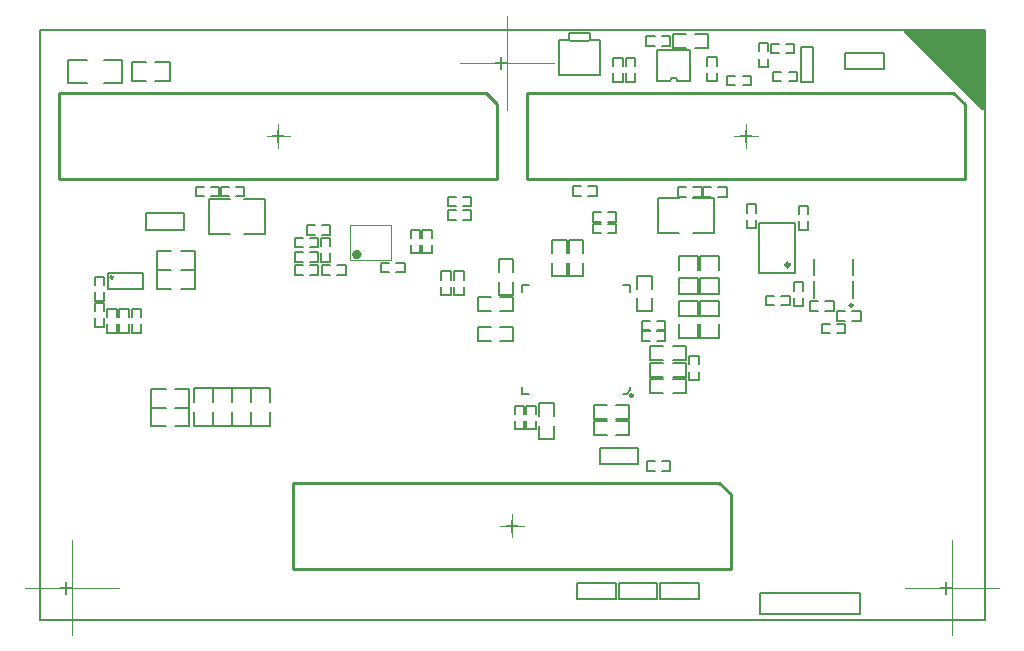
<source format=gbo>
G04 Layer_Color=12566272*
%FSLAX44Y44*%
%MOMM*%
G71*
G01*
G75*
%ADD59C,0.1500*%
%ADD62C,0.2000*%
%ADD63C,0.2500*%
%ADD65C,0.3000*%
%ADD66C,0.4000*%
%ADD113C,0.2540*%
%ADD204R,0.2000X0.2000*%
%ADD205C,0.1000*%
G36*
X800000Y431913D02*
X798152Y431147D01*
X731848Y497452D01*
X732613Y499300D01*
X800000D01*
Y431913D01*
D02*
G37*
D59*
X559000Y308000D02*
X575000D01*
X559000Y276000D02*
X575000D01*
X559000Y296000D02*
Y308000D01*
Y276000D02*
Y288000D01*
X575000Y296000D02*
Y308000D01*
Y276000D02*
Y288000D01*
X541000Y257000D02*
X557000D01*
X541000Y289000D02*
X557000D01*
Y257000D02*
Y269000D01*
Y277000D02*
Y289000D01*
X541000Y257000D02*
Y269000D01*
Y277000D02*
Y289000D01*
X190500Y326500D02*
Y356000D01*
X173000Y326500D02*
X190500D01*
X173000Y356010D02*
X190500Y356000D01*
X143500Y326500D02*
X161000Y326490D01*
X143500Y356000D02*
X161000D01*
X143500Y326500D02*
Y356000D01*
X132178Y358500D02*
X139178D01*
X145178D02*
X152178D01*
X132178Y366500D02*
X139178D01*
X145178D02*
X152178D01*
X132178Y358500D02*
Y366500D01*
X152178Y358500D02*
Y366500D01*
X615000Y265931D02*
X622000D01*
X628000D02*
X635000D01*
X615000Y273931D02*
X622000D01*
X628000D02*
X635000D01*
X615000Y265931D02*
Y273931D01*
X635000Y265931D02*
Y273931D01*
X681500Y466000D02*
X714400D01*
X681500D02*
Y480000D01*
X714400D01*
Y466000D02*
Y480000D01*
X481000Y335000D02*
X488000D01*
X468000D02*
X475000D01*
X481000Y327000D02*
X488000D01*
X468000D02*
X475000D01*
X488000D02*
Y335000D01*
X468000Y327000D02*
Y335000D01*
X481000Y345000D02*
X488000D01*
X468000D02*
X475000D01*
X481000Y337000D02*
X488000D01*
X468000D02*
X475000D01*
X488000D02*
Y345000D01*
X468000Y337000D02*
Y345000D01*
X67500Y256000D02*
Y263000D01*
Y243000D02*
Y250000D01*
X75500Y256000D02*
Y263000D01*
Y243000D02*
Y250000D01*
X67500Y263000D02*
X75500D01*
X67500Y243000D02*
X75500D01*
X46500Y261000D02*
Y268000D01*
Y248000D02*
Y255000D01*
X54500Y261000D02*
Y268000D01*
Y248000D02*
Y255000D01*
X46500Y268000D02*
X54500D01*
X46500Y248000D02*
X54500D01*
X57000Y256000D02*
Y263000D01*
Y243000D02*
Y250000D01*
X65000Y256000D02*
Y263000D01*
Y243000D02*
Y250000D01*
X57000Y263000D02*
X65000D01*
X57000Y243000D02*
X65000D01*
X86000D02*
Y250000D01*
Y256000D02*
Y263000D01*
X78000Y243000D02*
Y250000D01*
Y256000D02*
Y263000D01*
Y243000D02*
X86000D01*
X78000Y263000D02*
X86000D01*
X216000Y303000D02*
Y311000D01*
X236000Y303000D02*
Y311000D01*
X216000Y303000D02*
X223000D01*
X229000D02*
X236000D01*
X216000Y311000D02*
X223000D01*
X229000D02*
X236000D01*
X632000Y487500D02*
X639000D01*
X619000D02*
X626000D01*
X632000Y479500D02*
X639000D01*
X619000D02*
X626000D01*
X639000D02*
Y487500D01*
X619000Y479500D02*
Y487500D01*
X609000Y481000D02*
Y488000D01*
Y468000D02*
Y475000D01*
X617000Y481000D02*
Y488000D01*
Y468000D02*
Y475000D01*
X609000Y488000D02*
X617000D01*
X609000Y468000D02*
X617000D01*
X644400Y485000D02*
X654850D01*
Y455000D02*
Y485000D01*
X644400Y455000D02*
X654850D01*
X644400D02*
Y485000D01*
X490100Y17000D02*
Y31000D01*
Y17000D02*
X523000D01*
Y31000D01*
X490100D02*
X523000D01*
X89600Y330000D02*
Y344000D01*
Y330000D02*
X122500D01*
Y344000D01*
X89600D02*
X122500D01*
X464500Y367000D02*
X471500D01*
X451500D02*
X458500D01*
X464500Y359000D02*
X471500D01*
X451500D02*
X458500D01*
X471500D02*
Y367000D01*
X451500Y359000D02*
Y367000D01*
X526500Y494000D02*
X533500D01*
X513500D02*
X520500D01*
X526500Y486000D02*
X533500D01*
X513500D02*
X520500D01*
X533500D02*
Y494000D01*
X513500Y486000D02*
Y494000D01*
X496000Y468500D02*
Y475500D01*
Y455500D02*
Y462500D01*
X504000Y468500D02*
Y475500D01*
Y455500D02*
Y462500D01*
X496000Y475500D02*
X504000D01*
X496000Y455500D02*
X504000D01*
X314000Y323000D02*
Y330000D01*
Y310000D02*
Y317000D01*
X322000Y323000D02*
Y330000D01*
Y310000D02*
Y317000D01*
X314000Y330000D02*
X322000D01*
X314000Y310000D02*
X322000D01*
X332000Y310000D02*
Y317000D01*
Y323000D02*
Y330000D01*
X324000Y310000D02*
Y317000D01*
Y323000D02*
Y330000D01*
Y310000D02*
X332000D01*
X324000Y330000D02*
X332000D01*
X78000Y456000D02*
Y472000D01*
X110000Y456000D02*
Y472000D01*
X78000Y456000D02*
X90000D01*
X98000D02*
X110000D01*
X78000Y472000D02*
X90000D01*
X98000D02*
X110000D01*
X536000Y484000D02*
Y496000D01*
X566000Y484000D02*
Y496000D01*
X536000Y484000D02*
X547000D01*
X555000D02*
X566000D01*
X536000Y496000D02*
X547000D01*
X555000D02*
X566000D01*
X493500Y455500D02*
Y462500D01*
Y468500D02*
Y475500D01*
X485500Y455500D02*
Y462500D01*
Y468500D02*
Y475500D01*
Y455500D02*
X493500D01*
X485500Y475500D02*
X493500D01*
X573000Y456000D02*
Y463000D01*
Y469000D02*
Y476000D01*
X565000Y456000D02*
Y463000D01*
Y469000D02*
Y476000D01*
Y456000D02*
X573000D01*
X565000Y476000D02*
X573000D01*
X24000Y454000D02*
X40000D01*
X54000D02*
X70000D01*
X24000Y474000D02*
X40000D01*
X54000D02*
X70000D01*
X24000Y454000D02*
Y474000D01*
X70000Y454000D02*
Y474000D01*
X289000Y294000D02*
X296000D01*
X302000D02*
X309000D01*
X289000Y302000D02*
X296000D01*
X302000D02*
X309000D01*
X289000Y294000D02*
Y302000D01*
X309000Y294000D02*
Y302000D01*
X46500Y283000D02*
Y290000D01*
Y270000D02*
Y277000D01*
X54500Y283000D02*
Y290000D01*
Y270000D02*
Y277000D01*
X46500Y290000D02*
X54500D01*
X46500Y270000D02*
X54500D01*
X517000Y220000D02*
Y232000D01*
X547000Y220000D02*
Y232000D01*
X517000Y220000D02*
X528000D01*
X536000D02*
X547000D01*
X517000Y232000D02*
X528000D01*
X536000D02*
X547000D01*
X509500Y245000D02*
X516500D01*
X522500D02*
X529500D01*
X509500Y253000D02*
X516500D01*
X522500D02*
X529500D01*
X509500Y245000D02*
Y253000D01*
X529500Y245000D02*
Y253000D01*
X371000Y236000D02*
X382000D01*
X390000D02*
X401000D01*
X371000Y248000D02*
X382000D01*
X390000D02*
X401000D01*
X371000Y236000D02*
Y248000D01*
X401000Y236000D02*
Y248000D01*
X435000Y153000D02*
Y164000D01*
Y172000D02*
Y183000D01*
X423000Y153000D02*
Y164000D01*
Y172000D02*
Y183000D01*
Y153000D02*
X435000D01*
X423000Y183000D02*
X435000D01*
X523500Y327000D02*
Y356500D01*
X541000D01*
X523500Y327000D02*
X541000Y326990D01*
X553000Y356510D02*
X570500Y356500D01*
X553000Y327000D02*
X570500D01*
Y356500D01*
X540500Y358000D02*
X547500D01*
X553500D02*
X560500D01*
X540500Y366000D02*
X547500D01*
X553500D02*
X560500D01*
X540500Y358000D02*
Y366000D01*
X560500Y358000D02*
Y366000D01*
X574500D02*
X581500D01*
X561500D02*
X568500D01*
X574500Y358000D02*
X581500D01*
X561500D02*
X568500D01*
X581500D02*
Y366000D01*
X561500Y358000D02*
Y366000D01*
X166178Y366500D02*
X173178D01*
X153178D02*
X160178D01*
X166178Y358500D02*
X173178D01*
X153178D02*
X160178D01*
X173178D02*
Y366500D01*
X153178Y358500D02*
Y366500D01*
X522500Y244000D02*
X529500D01*
X509500D02*
X516500D01*
X522500Y236000D02*
X529500D01*
X509500D02*
X516500D01*
X529500D02*
Y244000D01*
X509500Y236000D02*
Y244000D01*
X358500Y358000D02*
X365500D01*
X345500D02*
X352500D01*
X358500Y350000D02*
X365500D01*
X345500D02*
X352500D01*
X365500D02*
Y358000D01*
X345500Y350000D02*
Y358000D01*
X402000Y174000D02*
Y181000D01*
Y161000D02*
Y168000D01*
X410000Y174000D02*
Y181000D01*
Y161000D02*
Y168000D01*
X402000Y181000D02*
X410000D01*
X402000Y161000D02*
X410000D01*
X358500Y346500D02*
X365500D01*
X345500D02*
X352500D01*
X358500Y338500D02*
X365500D01*
X345500D02*
X352500D01*
X365500D02*
Y346500D01*
X345500Y338500D02*
Y346500D01*
X448000Y310000D02*
Y321000D01*
Y291000D02*
Y302000D01*
X460000Y310000D02*
Y321000D01*
Y291000D02*
Y302000D01*
X448000Y321000D02*
X460000D01*
X448000Y291000D02*
X460000D01*
X525100Y17000D02*
Y31000D01*
Y17000D02*
X558000D01*
Y31000D01*
X525100D02*
X558000D01*
X506900Y131500D02*
Y145500D01*
X474000D02*
X506900D01*
X474000Y131500D02*
Y145500D01*
Y131500D02*
X506900D01*
X641000Y456000D02*
Y464000D01*
X621000Y456000D02*
Y464000D01*
X634000D02*
X641000D01*
X621000D02*
X628000D01*
X634000Y456000D02*
X641000D01*
X621000D02*
X628000D01*
X675000Y252931D02*
X682000D01*
X688000D02*
X695000D01*
X675000Y260931D02*
X682000D01*
X688000D02*
X695000D01*
X675000Y252931D02*
Y260931D01*
X695000Y252931D02*
Y260931D01*
X646500Y265500D02*
Y272500D01*
Y278500D02*
Y285500D01*
X638500Y265500D02*
Y272500D01*
Y278500D02*
Y285500D01*
Y265500D02*
X646500D01*
X638500Y285500D02*
X646500D01*
X389000Y275000D02*
X401000D01*
X389000Y305000D02*
X401000D01*
Y275000D02*
Y286000D01*
Y294000D02*
Y305000D01*
X389000Y275000D02*
Y286000D01*
Y294000D02*
Y305000D01*
X434000Y321000D02*
X446000D01*
X434000Y291000D02*
X446000D01*
X434000Y310000D02*
Y321000D01*
Y291000D02*
Y302000D01*
X446000Y310000D02*
Y321000D01*
Y291000D02*
Y302000D01*
X675000Y250431D02*
X682000D01*
X662000D02*
X669000D01*
X675000Y242431D02*
X682000D01*
X662000D02*
X669000D01*
X682000D02*
Y250431D01*
X662000Y242431D02*
Y250431D01*
X665200Y269431D02*
X672200D01*
X652200D02*
X659200D01*
X665200Y261431D02*
X672200D01*
X652200D02*
X659200D01*
X672200D02*
Y269431D01*
X652200Y261431D02*
Y269431D01*
X650500Y330029D02*
Y337029D01*
Y343029D02*
Y350029D01*
X642500Y330029D02*
Y337029D01*
Y343029D02*
Y350029D01*
Y330029D02*
X650500D01*
X642500Y350029D02*
X650500D01*
X506000Y280000D02*
Y291000D01*
Y261000D02*
Y272000D01*
X518000Y280000D02*
Y291000D01*
Y261000D02*
Y272000D01*
X506000Y291000D02*
X518000D01*
X506000Y261000D02*
X518000D01*
X488000Y182000D02*
X499000D01*
X469000D02*
X480000D01*
X488000Y170000D02*
X499000D01*
X469000D02*
X480000D01*
X499000D02*
Y182000D01*
X469000Y170000D02*
Y182000D01*
X536000Y204000D02*
X547000D01*
X517000D02*
X528000D01*
X536000Y192000D02*
X547000D01*
X517000D02*
X528000D01*
X547000D02*
Y204000D01*
X517000Y192000D02*
Y204000D01*
X606500Y331500D02*
Y338500D01*
Y344500D02*
Y351500D01*
X598500Y331500D02*
Y338500D01*
Y344500D02*
Y351500D01*
Y331500D02*
X606500D01*
X598500Y351500D02*
X606500D01*
X238000Y316000D02*
Y323000D01*
Y303000D02*
Y310000D01*
X246000Y316000D02*
Y323000D01*
Y303000D02*
Y310000D01*
X238000Y323000D02*
X246000D01*
X238000Y303000D02*
X246000D01*
X488000Y168000D02*
X499000D01*
X469000D02*
X480000D01*
X488000Y156000D02*
X499000D01*
X469000D02*
X480000D01*
X499000D02*
Y168000D01*
X469000Y156000D02*
Y168000D01*
X371000Y261000D02*
X382000D01*
X390000D02*
X401000D01*
X371000Y273000D02*
X382000D01*
X390000D02*
X401000D01*
X371000Y261000D02*
Y273000D01*
X401000Y261000D02*
Y273000D01*
X455100Y31000D02*
X488000D01*
Y17000D02*
Y31000D01*
X455100Y17000D02*
X488000D01*
X455100D02*
Y31000D01*
X602000Y452500D02*
Y460500D01*
X582000Y452500D02*
Y460500D01*
X595000D02*
X602000D01*
X582000D02*
X589000D01*
X595000Y452500D02*
X602000D01*
X582000D02*
X589000D01*
X541000Y308000D02*
X557000D01*
X541000Y276000D02*
X557000D01*
X541000Y296000D02*
Y308000D01*
Y276000D02*
Y288000D01*
X557000Y296000D02*
Y308000D01*
Y276000D02*
Y288000D01*
X541000Y270000D02*
X557000D01*
X541000Y238000D02*
X557000D01*
X541000Y258000D02*
Y270000D01*
Y238000D02*
Y250000D01*
X557000Y258000D02*
Y270000D01*
Y238000D02*
Y250000D01*
X559000Y270000D02*
X575000D01*
X559000Y238000D02*
X575000D01*
X559000Y258000D02*
Y270000D01*
Y238000D02*
Y250000D01*
X575000Y258000D02*
Y270000D01*
Y238000D02*
Y250000D01*
X559000Y257000D02*
X575000D01*
X559000Y289000D02*
X575000D01*
Y257000D02*
Y269000D01*
Y277000D02*
Y289000D01*
X559000Y257000D02*
Y269000D01*
Y277000D02*
Y289000D01*
X99500Y296000D02*
Y312000D01*
X131500Y296000D02*
Y312000D01*
X99500Y296000D02*
X111500D01*
X119500D02*
X131500D01*
X99500Y312000D02*
X111500D01*
X119500D02*
X131500D01*
X99500Y280000D02*
Y296000D01*
X131500Y280000D02*
Y296000D01*
X99500Y280000D02*
X111500D01*
X119500D02*
X131500D01*
X99500Y296000D02*
X111500D01*
X119500D02*
X131500D01*
X126500Y179500D02*
Y195500D01*
X94500Y179500D02*
Y195500D01*
X114500D02*
X126500D01*
X94500D02*
X106500D01*
X114500Y179500D02*
X126500D01*
X94500D02*
X106500D01*
X126500Y163500D02*
Y179500D01*
X94500Y163500D02*
Y179500D01*
X114500D02*
X126500D01*
X94500D02*
X106500D01*
X114500Y163500D02*
X126500D01*
X94500D02*
X106500D01*
X147000Y164000D02*
X163000D01*
X147000Y196000D02*
X163000D01*
Y164000D02*
Y176000D01*
Y184000D02*
Y196000D01*
X147000Y164000D02*
Y176000D01*
Y184000D02*
Y196000D01*
X131000Y164000D02*
X147000D01*
X131000Y196000D02*
X147000D01*
Y164000D02*
Y176000D01*
Y184000D02*
Y196000D01*
X131000Y164000D02*
Y176000D01*
Y184000D02*
Y196000D01*
X179000Y164000D02*
X195000D01*
X179000Y196000D02*
X195000D01*
Y164000D02*
Y176000D01*
Y184000D02*
Y196000D01*
X179000Y164000D02*
Y176000D01*
Y184000D02*
Y196000D01*
X163000Y164000D02*
X179000D01*
X163000Y196000D02*
X179000D01*
Y164000D02*
Y176000D01*
Y184000D02*
Y196000D01*
X163000Y164000D02*
Y176000D01*
Y184000D02*
Y196000D01*
X550000Y223000D02*
X558000D01*
X550000Y203000D02*
X558000D01*
X550000Y216000D02*
Y223000D01*
Y203000D02*
Y210000D01*
X558000Y216000D02*
Y223000D01*
Y203000D02*
Y210000D01*
X340000Y294750D02*
X348000D01*
X340000Y274750D02*
X348000D01*
X340000Y287750D02*
Y294750D01*
Y274750D02*
Y281750D01*
X348000Y287750D02*
Y294750D01*
Y274750D02*
Y281750D01*
X351000Y294750D02*
X359000D01*
X351000Y274750D02*
X359000D01*
X351000Y287750D02*
Y294750D01*
Y274750D02*
Y281750D01*
X359000Y287750D02*
Y294750D01*
Y274750D02*
Y281750D01*
X412000Y181000D02*
X420000D01*
X412000Y161000D02*
X420000D01*
X412000Y174000D02*
Y181000D01*
Y161000D02*
Y168000D01*
X420000Y174000D02*
Y181000D01*
Y161000D02*
Y168000D01*
X536000Y217500D02*
X547000D01*
X517000D02*
X528000D01*
X536000Y205500D02*
X547000D01*
X517000D02*
X528000D01*
X547000D02*
Y217500D01*
X517000Y205500D02*
Y217500D01*
X226000Y326000D02*
Y334000D01*
X246000Y326000D02*
Y334000D01*
X226000Y326000D02*
X233000D01*
X239000D02*
X246000D01*
X226000Y334000D02*
X233000D01*
X239000D02*
X246000D01*
X239000Y292000D02*
X246000D01*
X252000D02*
X259000D01*
X239000Y300000D02*
X246000D01*
X252000D02*
X259000D01*
X239000Y292000D02*
Y300000D01*
X259000Y292000D02*
Y300000D01*
X216000Y292000D02*
X223000D01*
X229000D02*
X236000D01*
X216000Y300000D02*
X223000D01*
X229000D02*
X236000D01*
X216000Y292000D02*
Y300000D01*
X236000Y292000D02*
Y300000D01*
X229000Y323000D02*
X236000D01*
X216000D02*
X223000D01*
X229000Y315000D02*
X236000D01*
X216000D02*
X223000D01*
X236000D02*
Y323000D01*
X216000Y315000D02*
Y323000D01*
X514000Y125998D02*
Y133998D01*
X534000Y125998D02*
Y133998D01*
X514000Y125998D02*
X521000D01*
X527000D02*
X534000D01*
X514000Y133998D02*
X521000D01*
X527000D02*
X534000D01*
D62*
X539721Y455971D02*
G03*
X533721Y455971I-3000J0D01*
G01*
X465750Y491000D02*
X474500D01*
X464250Y489500D02*
X465750Y491000D01*
X439500D02*
X448250D01*
X449750Y489500D01*
X466000Y491000D02*
Y497000D01*
X448000D02*
X466000D01*
X448000Y491000D02*
Y497000D01*
X439500Y461000D02*
Y491000D01*
X449750Y489500D02*
X464250D01*
X474500Y461000D02*
Y491000D01*
X439500Y461000D02*
X474500D01*
X0Y499500D02*
X800000D01*
X0Y-500D02*
X800000D01*
X0D02*
Y499500D01*
X800000Y-500D02*
Y499500D01*
X609750Y4750D02*
X694500D01*
X609750D02*
Y22500D01*
X694500D01*
Y4750D02*
Y22500D01*
X522721Y455971D02*
Y481971D01*
X550721D01*
Y455971D02*
Y481971D01*
X539721Y455971D02*
X550721D01*
X522721D02*
X533721D01*
X58000Y280000D02*
X87000D01*
X58000Y293000D02*
X87000D01*
Y280000D02*
Y293000D01*
X58000Y280000D02*
Y293000D01*
X655500Y272550D02*
Y286300D01*
Y272550D02*
X655750D01*
X655500Y291800D02*
Y305550D01*
X655750D01*
X688250D02*
X688500D01*
Y291800D02*
Y305550D01*
Y272550D02*
Y286300D01*
X688250Y272550D02*
X688500D01*
X609180Y293710D02*
X639180D01*
X609180D02*
Y335710D01*
X639180D01*
Y293710D02*
Y335710D01*
X598000Y404500D02*
Y414500D01*
X593000Y409500D02*
X603000D01*
X202000Y404500D02*
Y414500D01*
X197000Y409500D02*
X207000D01*
X400000Y74500D02*
Y84500D01*
X395000Y79500D02*
X405000D01*
X390500Y466000D02*
Y476000D01*
X385500Y471000D02*
X395500D01*
X22500Y22000D02*
Y32000D01*
X17500Y27000D02*
X27500D01*
X767500Y22000D02*
Y32000D01*
X762500Y27000D02*
X772500D01*
X497000Y191000D02*
X500000Y194000D01*
X494000Y191000D02*
X497000D01*
X500000Y194000D02*
Y197000D01*
Y277000D02*
Y283000D01*
X494000D02*
X500000D01*
X408000D02*
X414000D01*
X408000Y277000D02*
Y283000D01*
Y191000D02*
Y197000D01*
Y191000D02*
X414000D01*
D63*
X688250Y266050D02*
G03*
X688250Y266050I-1250J0D01*
G01*
X502250Y189750D02*
G03*
X502250Y189750I-1250J0D01*
G01*
D65*
X634680Y300210D02*
G03*
X634680Y300210I-1500J0D01*
G01*
D66*
X270470Y309000D02*
G03*
X270470Y309000I-2000J0D01*
G01*
D113*
X62000Y290000D02*
G03*
X62000Y290000I-1000J0D01*
G01*
X773500Y446000D02*
X783250Y436250D01*
X412250Y446000D02*
X773500D01*
X412250Y373000D02*
Y446000D01*
Y373000D02*
X783250D01*
X783250D02*
Y436250D01*
X377500Y446000D02*
X387250Y436250D01*
X16250Y446000D02*
X377500D01*
X16250Y373000D02*
Y446000D01*
Y373000D02*
X387250D01*
X387250D02*
Y436250D01*
X575500Y116000D02*
X585250Y106250D01*
X214250Y116000D02*
X575500D01*
X214250Y43000D02*
Y116000D01*
Y43000D02*
X585250D01*
X585250D02*
Y106250D01*
D204*
X691000Y4750D02*
D03*
X767500Y27000D02*
D03*
D205*
X202000Y399500D02*
Y419500D01*
X192000Y409500D02*
X212000D01*
X598000Y399500D02*
Y419500D01*
X588000Y409500D02*
X608000D01*
X400000Y69500D02*
Y89500D01*
X390000Y79500D02*
X410000D01*
X395500Y431000D02*
Y511000D01*
X355500Y471000D02*
X435500D01*
X772500Y-13000D02*
Y67000D01*
X732500Y27000D02*
X812500D01*
X27500Y-13000D02*
Y67000D01*
X-12500Y27000D02*
X67500D01*
X263000Y304000D02*
X297410D01*
Y334000D01*
X263000D02*
X297410D01*
X263000Y304000D02*
Y334000D01*
M02*

</source>
